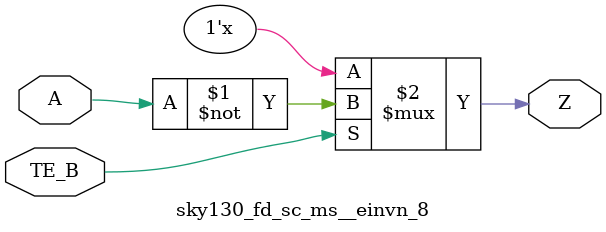
<source format=v>
/*
 * Copyright 2020 The SkyWater PDK Authors
 *
 * Licensed under the Apache License, Version 2.0 (the "License");
 * you may not use this file except in compliance with the License.
 * You may obtain a copy of the License at
 *
 *     https://www.apache.org/licenses/LICENSE-2.0
 *
 * Unless required by applicable law or agreed to in writing, software
 * distributed under the License is distributed on an "AS IS" BASIS,
 * WITHOUT WARRANTIES OR CONDITIONS OF ANY KIND, either express or implied.
 * See the License for the specific language governing permissions and
 * limitations under the License.
 *
 * SPDX-License-Identifier: Apache-2.0
*/


`ifndef SKY130_FD_SC_MS__EINVN_8_FUNCTIONAL_V
`define SKY130_FD_SC_MS__EINVN_8_FUNCTIONAL_V

/**
 * einvn: Tri-state inverter, negative enable.
 *
 * Verilog simulation functional model.
 */

`timescale 1ns / 1ps
`default_nettype none

`celldefine
module sky130_fd_sc_ms__einvn_8 (
    Z   ,
    A   ,
    TE_B
);

    // Module ports
    output Z   ;
    input  A   ;
    input  TE_B;

    //     Name     Output  Other arguments
    notif0 notif00 (Z     , A, TE_B        );

endmodule
`endcelldefine

`default_nettype wire
`endif  // SKY130_FD_SC_MS__EINVN_8_FUNCTIONAL_V

</source>
